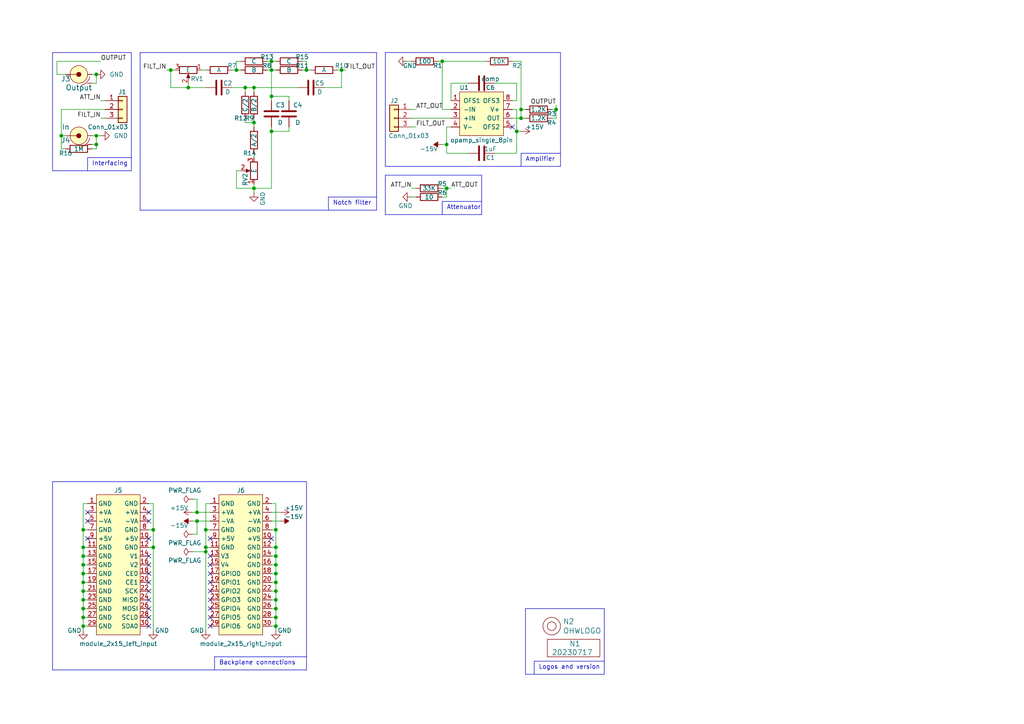
<source format=kicad_sch>
(kicad_sch (version 20230121) (generator eeschema)
  (paper "A4")
  (lib_symbols
    (symbol "Connector_Generic:Conn_01x03" (pin_names (offset 1.016) hide)
      (property "Reference" "J" (at 0 5.08 0))
      (property "Value" "Conn_01x03" (at 0 -5.08 0))
      (symbol "Conn_01x03_1_1"
        (rectangle (start -1.27 -2.413) (end 0 -2.667) (stroke (width 0.1524)))
        (rectangle (start -1.27 0.127) (end 0 -0.127) (stroke (width 0.1524)))
        (rectangle (start -1.27 2.667) (end 0 2.413) (stroke (width 0.1524)))
        (rectangle (start -1.27 3.81) (end 1.27 -3.81) (stroke (width 0.254)) (fill (type background)))
        (pin passive line (at -5.08 2.54 0) (length 3.81) (name "Pin_1") (number "1"))
        (pin passive line (at -5.08 0 0) (length 3.81) (name "Pin_2") (number "2"))
        (pin passive line (at -5.08 -2.54 0) (length 3.81) (name "Pin_3") (number "3"))
      )
    )
    (symbol "Device:C" (pin_numbers hide) (pin_names (offset 0.254))
      (property "Reference" "C" (at 0.635 2.54 0))
      (property "Value" "C" (at 0.635 -2.54 0))
      (symbol "C_0_1"
        (polyline (pts (xy -2.032 -0.762) (xy 2.032 -0.762)) (stroke (width 0.508)))
        (polyline (pts (xy -2.032 0.762) (xy 2.032 0.762)) (stroke (width 0.508)))
      )
      (symbol "C_1_1"
        (pin passive line (at 0 3.81 270) (length 2.794) (name "~") (number "1"))
        (pin passive line (at 0 -3.81 90) (length 2.794) (name "~") (number "2"))
      )
    )
    (symbol "Device:R" (pin_numbers hide) (pin_names (offset 0))
      (property "Reference" "R" (at 2.032 0 90))
      (property "Value" "R" (at 0 0 90))
      (symbol "R_0_1"
        (rectangle (start -1.016 -2.54) (end 1.016 2.54) (stroke (width 0.254)))
      )
      (symbol "R_1_1"
        (pin passive line (at 0 3.81 270) (length 1.27) (name "~") (number "1"))
        (pin passive line (at 0 -3.81 90) (length 1.27) (name "~") (number "2"))
      )
    )
    (symbol "Device:R_Potentiometer" (pin_names (offset 1.016) hide)
      (property "Reference" "RV" (at -4.445 0 90))
      (property "Value" "R_Potentiometer" (at -2.54 0 90))
      (symbol "R_Potentiometer_0_1"
        (polyline (pts (xy 2.54 0) (xy 1.524 0)))
        (polyline (pts (xy 1.143 0) (xy 2.286 0.508) (xy 2.286 -0.508) (xy 1.143 0)) (fill (type outline)))
        (rectangle (start 1.016 2.54) (end -1.016 -2.54) (stroke (width 0.254)))
      )
      (symbol "R_Potentiometer_1_1"
        (pin passive line (at 0 3.81 270) (length 1.27) (name "1") (number "1"))
        (pin passive line (at 3.81 0 180) (length 1.27) (name "2") (number "2"))
        (pin passive line (at 0 -3.81 90) (length 1.27) (name "3") (number "3"))
      )
    )
    (symbol "SquantorConnectors:Coax_shielded" (pin_numbers hide) (pin_names (offset 1.016) hide)
      (property "Reference" "J" (at 0 3.81 0))
      (property "Value" "Coax_shielded" (at 0 -5.715 0))
      (symbol "Coax_shielded_0_1"
        (polyline (pts (xy -2.54 0) (xy 0 0)))
        (circle (center 0 0) (radius 0.635) (fill (type outline)))
        (circle (center 0 0) (radius 2.54) (fill (type background)))
        (arc (start 0.635 -3.175) (mid 2.2915 -2.2915) (end 3.175 -0.635))
      )
      (symbol "Coax_shielded_1_1"
        (pin passive line (at -3.81 0 0) (length 1.27) (name "~") (number "1"))
        (pin passive line (at 3.81 0 180) (length 1.27) (name "~") (number "2"))
        (pin passive line (at 3.81 -2.54 180) (length 1.27) (name "~") (number "S"))
      )
    )
    (symbol "SquantorConnectorsNamed:module_2x15_left_input"
      (property "Reference" "J" (at 0 21.59 0))
      (property "Value" "module_2x15_left_input" (at 0 -21.59 0))
      (symbol "module_2x15_left_input_0_1"
        (rectangle (start -6.35 20.32) (end 6.35 -20.32) (fill (type background)))
      )
      (symbol "module_2x15_left_input_1_1"
        (pin power_in line (at -8.89 17.78 0) (length 2.54) (name "GND") (number "1"))
        (pin power_in line (at 8.89 7.62 180) (length 2.54) (name "+5V") (number "10"))
        (pin power_in line (at -8.89 5.08 0) (length 2.54) (name "GND") (number "11"))
        (pin power_in line (at 8.89 5.08 180) (length 2.54) (name "GND") (number "12"))
        (pin power_in line (at -8.89 2.54 0) (length 2.54) (name "GND") (number "13"))
        (pin power_in line (at 8.89 2.54 180) (length 2.54) (name "V1") (number "14"))
        (pin power_in line (at -8.89 0 0) (length 2.54) (name "GND") (number "15"))
        (pin power_in line (at 8.89 0 180) (length 2.54) (name "V2") (number "16"))
        (pin power_in line (at -8.89 -2.54 0) (length 2.54) (name "GND") (number "17"))
        (pin input line (at 8.89 -2.54 180) (length 2.54) (name "CE0") (number "18"))
        (pin power_in line (at -8.89 -5.08 0) (length 2.54) (name "GND") (number "19"))
        (pin power_in line (at 8.89 17.78 180) (length 2.54) (name "GND") (number "2"))
        (pin input line (at 8.89 -5.08 180) (length 2.54) (name "CE1") (number "20"))
        (pin power_in line (at -8.89 -7.62 0) (length 2.54) (name "GND") (number "21"))
        (pin input line (at 8.89 -7.62 180) (length 2.54) (name "SCK") (number "22"))
        (pin power_in line (at -8.89 -10.16 0) (length 2.54) (name "GND") (number "23"))
        (pin bidirectional line (at 8.89 -10.16 180) (length 2.54) (name "MISO") (number "24"))
        (pin power_in line (at -8.89 -12.7 0) (length 2.54) (name "GND") (number "25"))
        (pin input line (at 8.89 -12.7 180) (length 2.54) (name "MOSI") (number "26"))
        (pin power_in line (at -8.89 -15.24 0) (length 2.54) (name "GND") (number "27"))
        (pin bidirectional line (at 8.89 -15.24 180) (length 2.54) (name "SCL0") (number "28"))
        (pin power_in line (at -8.89 -17.78 0) (length 2.54) (name "GND") (number "29"))
        (pin power_in line (at -8.89 15.24 0) (length 2.54) (name "+VA") (number "3"))
        (pin bidirectional line (at 8.89 -17.78 180) (length 2.54) (name "SDA0") (number "30"))
        (pin power_in line (at 8.89 15.24 180) (length 2.54) (name "+VA") (number "4"))
        (pin power_in line (at -8.89 12.7 0) (length 2.54) (name "-VA") (number "5"))
        (pin power_in line (at 8.89 12.7 180) (length 2.54) (name "-VA") (number "6"))
        (pin power_in line (at -8.89 10.16 0) (length 2.54) (name "GND") (number "7"))
        (pin power_in line (at 8.89 10.16 180) (length 2.54) (name "GND") (number "8"))
        (pin power_in line (at -8.89 7.62 0) (length 2.54) (name "+5V") (number "9"))
      )
    )
    (symbol "SquantorConnectorsNamed:module_2x15_right_input"
      (property "Reference" "J" (at 0 19.05 0))
      (property "Value" "module_2x15_right_input" (at 0 -24.13 0))
      (symbol "module_2x15_right_input_0_1"
        (rectangle (start -6.35 17.78) (end 6.35 -22.86) (fill (type background)))
      )
      (symbol "module_2x15_right_input_1_1"
        (pin power_in line (at -8.89 15.24 0) (length 2.54) (name "GND") (number "1"))
        (pin power_in line (at 8.89 5.08 180) (length 2.54) (name "+V5") (number "10"))
        (pin power_in line (at -8.89 2.54 0) (length 2.54) (name "GND") (number "11"))
        (pin power_in line (at 8.89 2.54 180) (length 2.54) (name "GND") (number "12"))
        (pin power_in line (at -8.89 0 0) (length 2.54) (name "V3") (number "13"))
        (pin power_in line (at 8.89 0 180) (length 2.54) (name "GND") (number "14"))
        (pin power_in line (at -8.89 -2.54 0) (length 2.54) (name "V4") (number "15"))
        (pin power_in line (at 8.89 -2.54 180) (length 2.54) (name "GND") (number "16"))
        (pin bidirectional line (at -8.89 -5.08 0) (length 2.54) (name "GPIO0") (number "17"))
        (pin power_in line (at 8.89 -5.08 180) (length 2.54) (name "GND") (number "18"))
        (pin bidirectional line (at -8.89 -7.62 0) (length 2.54) (name "GPIO1") (number "19"))
        (pin power_in line (at 8.89 15.24 180) (length 2.54) (name "GND") (number "2"))
        (pin power_in line (at 8.89 -7.62 180) (length 2.54) (name "GND") (number "20"))
        (pin bidirectional line (at -8.89 -10.16 0) (length 2.54) (name "GPIO2") (number "21"))
        (pin power_in line (at 8.89 -10.16 180) (length 2.54) (name "GND") (number "22"))
        (pin bidirectional line (at -8.89 -12.7 0) (length 2.54) (name "GPIO3") (number "23"))
        (pin power_in line (at 8.89 -12.7 180) (length 2.54) (name "GND") (number "24"))
        (pin bidirectional line (at -8.89 -15.24 0) (length 2.54) (name "GPIO4") (number "25"))
        (pin power_in line (at 8.89 -15.24 180) (length 2.54) (name "GND") (number "26"))
        (pin bidirectional line (at -8.89 -17.78 0) (length 2.54) (name "GPIO5") (number "27"))
        (pin power_in line (at 8.89 -17.78 180) (length 2.54) (name "GND") (number "28"))
        (pin bidirectional line (at -8.89 -20.32 0) (length 2.54) (name "GPIO6") (number "29"))
        (pin power_in line (at -8.89 12.7 0) (length 2.54) (name "+VA") (number "3"))
        (pin power_in line (at 8.89 -20.32 180) (length 2.54) (name "GND") (number "30"))
        (pin power_in line (at 8.89 12.7 180) (length 2.54) (name "+VA") (number "4"))
        (pin power_in line (at -8.89 10.16 0) (length 2.54) (name "-VA") (number "5"))
        (pin power_in line (at 8.89 10.16 180) (length 2.54) (name "-VA") (number "6"))
        (pin power_in line (at -8.89 7.62 0) (length 2.54) (name "GND") (number "7"))
        (pin power_in line (at 8.89 7.62 180) (length 2.54) (name "GND") (number "8"))
        (pin power_in line (at -8.89 5.08 0) (length 2.54) (name "+5V") (number "9"))
      )
    )
    (symbol "SquantorGenericAnalog:opamp_single_8pin" (pin_names (offset 1.016))
      (property "Reference" "U" (at 0 7.62 0))
      (property "Value" "opamp_single_8pin" (at 0 -7.62 0))
      (symbol "opamp_single_8pin_0_1"
        (rectangle (start -6.35 6.35) (end 6.35 -6.35) (fill (type background)))
      )
      (symbol "opamp_single_8pin_1_1"
        (pin input line (at -8.89 3.81 0) (length 2.54) (name "OFS1") (number "1"))
        (pin input line (at -8.89 1.27 0) (length 2.54) (name "-IN") (number "2"))
        (pin input line (at -8.89 -1.27 0) (length 2.54) (name "+IN") (number "3"))
        (pin power_in line (at -8.89 -3.81 0) (length 2.54) (name "V-") (number "4"))
        (pin input line (at 8.89 -3.81 180) (length 2.54) (name "OFS2") (number "5"))
        (pin output line (at 8.89 -1.27 180) (length 2.54) (name "OUT") (number "6"))
        (pin power_in line (at 8.89 1.27 180) (length 2.54) (name "V+") (number "7"))
        (pin input line (at 8.89 3.81 180) (length 2.54) (name "OFS3") (number "8"))
      )
    )
    (symbol "SquantorLabels:OHWLOGO" (pin_names (offset 1.016))
      (property "Reference" "N" (at 0 3.81 0))
      (property "Value" "OHWLOGO" (at 0 -3.81 0))
      (symbol "OHWLOGO_0_1"
        (circle (center 0 0) (radius 1.27))
        (circle (center 0 0) (radius 2.54))
      )
    )
    (symbol "SquantorLabels:VYYYYMMDD" (pin_names (offset 1.016))
      (property "Reference" "N" (at 0 2.54 0))
      (property "Value" "VYYYYMMDD" (at 0 0 0))
      (symbol "VYYYYMMDD_0_1"
        (rectangle (start 7.62 -1.27) (end -7.62 3.81))
      )
    )
    (symbol "power:+15V" (power) (pin_names (offset 0))
      (property "Value" "+15V" (at 0 3.556 0))
      (symbol "+15V_0_1"
        (polyline (pts (xy -0.762 1.27) (xy 0 2.54)))
        (polyline (pts (xy 0 0) (xy 0 2.54)))
        (polyline (pts (xy 0 2.54) (xy 0.762 1.27)))
      )
      (symbol "+15V_1_1"
        (pin power_in line (at 0 0 90) (length 0) hide (name "+15V") (number "1"))
      )
    )
    (symbol "power:-15V" (power) (pin_names (offset 0))
      (property "Value" "-15V" (at 0 3.81 0))
      (symbol "-15V_0_0"
        (pin power_in line (at 0 0 90) (length 0) hide (name "-15V") (number "1"))
      )
      (symbol "-15V_0_1"
        (polyline (pts (xy 0 0) (xy 0 1.27) (xy 0.762 1.27) (xy 0 2.54) (xy -0.762 1.27) (xy 0 1.27)) (fill (type outline)))
      )
    )
    (symbol "power:GND" (power) (pin_names (offset 0))
      (property "Value" "GND" (at 0 -3.81 0))
      (symbol "GND_0_1"
        (polyline (pts (xy 0 0) (xy 0 -1.27) (xy 1.27 -1.27) (xy 0 -2.54) (xy -1.27 -1.27) (xy 0 -1.27)))
      )
      (symbol "GND_1_1"
        (pin power_in line (at 0 0 270) (length 0) hide (name "GND") (number "1"))
      )
    )
    (symbol "power:PWR_FLAG" (power) (pin_numbers hide) (pin_names (offset 0) hide)
      (property "Value" "PWR_FLAG" (at 0 3.81 0))
      (symbol "PWR_FLAG_0_0"
        (pin power_out line (at 0 0 90) (length 0) (name "pwr") (number "1"))
      )
      (symbol "PWR_FLAG_0_1"
        (polyline (pts (xy 0 0) (xy 0 1.27) (xy -1.016 1.905) (xy 0 2.54) (xy 1.016 1.905) (xy 0 1.27)))
      )
    )
  )
  (junction (at 151.13 31.75))
  (junction (at 151.13 34.29))
  (junction (at 73.66 25.4))
  (junction (at 78.74 38.1))
  (junction (at 80.01 166.37))
  (junction (at 24.13 168.91))
  (junction (at 27.94 39.37))
  (junction (at 49.53 20.32))
  (junction (at 80.01 176.53))
  (junction (at 24.13 181.61))
  (junction (at 128.27 17.78))
  (junction (at 80.01 158.75))
  (junction (at 59.69 153.67))
  (junction (at 59.69 160.02))
  (junction (at 78.74 20.32))
  (junction (at 54.61 25.4))
  (junction (at 24.13 176.53))
  (junction (at 71.12 25.4))
  (junction (at 24.13 166.37))
  (junction (at 80.01 168.91))
  (junction (at 44.45 153.67))
  (junction (at 24.13 179.07))
  (junction (at 78.74 17.78))
  (junction (at 80.01 181.61))
  (junction (at 57.15 148.59))
  (junction (at 80.01 153.67))
  (junction (at 149.86 38.1))
  (junction (at 88.9 20.32))
  (junction (at 24.13 163.83))
  (junction (at 24.13 173.99))
  (junction (at 80.01 163.83))
  (junction (at 24.13 153.67))
  (junction (at 80.01 171.45))
  (junction (at 80.01 179.07))
  (junction (at 17.78 39.37))
  (junction (at 27.94 41.91))
  (junction (at 24.13 161.29))
  (junction (at 129.54 41.91))
  (junction (at 80.01 173.99))
  (junction (at 24.13 158.75))
  (junction (at 99.06 20.32))
  (junction (at 129.54 54.61))
  (junction (at 59.69 158.75))
  (junction (at 161.29 31.75))
  (junction (at 73.66 35.56))
  (junction (at 24.13 171.45))
  (junction (at 73.66 54.61))
  (junction (at 27.94 21.59))
  (junction (at 68.58 20.32))
  (junction (at 44.45 158.75))
  (junction (at 80.01 161.29))
  (junction (at 57.15 151.13))
  (junction (at 78.74 27.94))
  (no_connect (at 25.4 156.21))
  (no_connect (at 60.96 156.21))
  (no_connect (at 43.18 156.21))
  (no_connect (at 43.18 181.61))
  (no_connect (at 25.4 151.13))
  (no_connect (at 43.18 168.91))
  (no_connect (at 43.18 176.53))
  (no_connect (at 60.96 173.99))
  (no_connect (at 60.96 171.45))
  (no_connect (at 43.18 161.29))
  (no_connect (at 148.59 36.83))
  (no_connect (at 43.18 179.07))
  (no_connect (at 43.18 166.37))
  (no_connect (at 60.96 181.61))
  (no_connect (at 60.96 163.83))
  (no_connect (at 43.18 148.59))
  (no_connect (at 43.18 171.45))
  (no_connect (at 60.96 166.37))
  (no_connect (at 60.96 161.29))
  (no_connect (at 60.96 168.91))
  (no_connect (at 43.18 173.99))
  (no_connect (at 60.96 176.53))
  (no_connect (at 60.96 179.07))
  (no_connect (at 78.74 156.21))
  (no_connect (at 43.18 163.83))
  (no_connect (at 25.4 148.59))
  (no_connect (at 43.18 151.13))
  (wire (pts (xy 151.13 31.75) (xy 152.4 31.75)))
  (wire (pts (xy 87.63 20.32) (xy 88.9 20.32)))
  (wire (pts (xy 149.86 44.45) (xy 143.51 44.45)))
  (wire (pts (xy 60.96 146.05) (xy 59.69 146.05)))
  (wire (pts (xy 67.31 25.4) (xy 71.12 25.4)))
  (wire (pts (xy 78.74 27.94) (xy 78.74 29.21)))
  (wire (pts (xy 149.86 24.13) (xy 149.86 29.21)))
  (wire (pts (xy 24.13 158.75) (xy 25.4 158.75)))
  (wire (pts (xy 83.82 29.21) (xy 83.82 27.94)))
  (polyline (pts (xy 62.23 190.5) (xy 62.23 194.31)))
  (wire (pts (xy 119.38 54.61) (xy 120.65 54.61)))
  (wire (pts (xy 26.67 39.37) (xy 27.94 39.37)))
  (wire (pts (xy 55.88 160.02) (xy 59.69 160.02)))
  (wire (pts (xy 26.67 43.18) (xy 27.94 43.18)))
  (wire (pts (xy 19.05 39.37) (xy 17.78 39.37)))
  (wire (pts (xy 127 17.78) (xy 128.27 17.78)))
  (wire (pts (xy 149.86 29.21) (xy 148.59 29.21)))
  (wire (pts (xy 44.45 153.67) (xy 44.45 158.75)))
  (wire (pts (xy 151.13 31.75) (xy 151.13 34.29)))
  (wire (pts (xy 78.74 20.32) (xy 78.74 27.94)))
  (wire (pts (xy 73.66 34.29) (xy 73.66 35.56)))
  (wire (pts (xy 69.85 49.53) (xy 68.58 49.53)))
  (wire (pts (xy 78.74 20.32) (xy 80.01 20.32)))
  (wire (pts (xy 55.88 144.78) (xy 57.15 144.78)))
  (wire (pts (xy 80.01 158.75) (xy 80.01 161.29)))
  (polyline (pts (xy 88.9 190.5) (xy 62.23 190.5)))
  (polyline (pts (xy 88.9 139.7) (xy 15.24 139.7)))
  (polyline (pts (xy 109.22 60.96) (xy 109.22 15.24)))
  (polyline (pts (xy 152.4 176.53) (xy 152.4 195.58)))
  (wire (pts (xy 17.78 43.18) (xy 19.05 43.18)))
  (wire (pts (xy 119.38 34.29) (xy 130.81 34.29)))
  (wire (pts (xy 130.81 24.13) (xy 130.81 29.21)))
  (wire (pts (xy 119.38 57.15) (xy 120.65 57.15)))
  (wire (pts (xy 55.88 151.13) (xy 57.15 151.13)))
  (polyline (pts (xy 175.26 176.53) (xy 152.4 176.53)))
  (wire (pts (xy 83.82 38.1) (xy 83.82 36.83)))
  (wire (pts (xy 73.66 54.61) (xy 73.66 55.88)))
  (wire (pts (xy 55.88 148.59) (xy 57.15 148.59)))
  (wire (pts (xy 78.74 151.13) (xy 81.28 151.13)))
  (polyline (pts (xy 38.1 49.53) (xy 38.1 15.24)))
  (polyline (pts (xy 111.76 48.26) (xy 162.56 48.26)))
  (wire (pts (xy 27.94 39.37) (xy 29.21 39.37)))
  (wire (pts (xy 44.45 158.75) (xy 44.45 182.88)))
  (wire (pts (xy 24.13 173.99) (xy 25.4 173.99)))
  (wire (pts (xy 129.54 44.45) (xy 135.89 44.45)))
  (wire (pts (xy 78.74 161.29) (xy 80.01 161.29)))
  (wire (pts (xy 78.74 153.67) (xy 80.01 153.67)))
  (polyline (pts (xy 88.9 194.31) (xy 88.9 139.7)))
  (polyline (pts (xy 15.24 139.7) (xy 15.24 194.31)))
  (wire (pts (xy 78.74 17.78) (xy 78.74 20.32)))
  (wire (pts (xy 16.51 21.59) (xy 16.51 17.78)))
  (wire (pts (xy 80.01 161.29) (xy 80.01 163.83)))
  (wire (pts (xy 88.9 20.32) (xy 90.17 20.32)))
  (wire (pts (xy 88.9 17.78) (xy 88.9 20.32)))
  (wire (pts (xy 57.15 144.78) (xy 57.15 148.59)))
  (wire (pts (xy 55.88 154.94) (xy 57.15 154.94)))
  (polyline (pts (xy 40.64 60.96) (xy 109.22 60.96)))
  (wire (pts (xy 148.59 31.75) (xy 149.86 31.75)))
  (polyline (pts (xy 109.22 15.24) (xy 40.64 15.24)))
  (wire (pts (xy 73.66 25.4) (xy 73.66 26.67)))
  (wire (pts (xy 27.94 21.59) (xy 27.94 24.13)))
  (wire (pts (xy 59.69 153.67) (xy 60.96 153.67)))
  (wire (pts (xy 80.01 181.61) (xy 80.01 182.88)))
  (wire (pts (xy 78.74 173.99) (xy 80.01 173.99)))
  (wire (pts (xy 27.94 43.18) (xy 27.94 41.91)))
  (wire (pts (xy 24.13 171.45) (xy 24.13 173.99)))
  (wire (pts (xy 77.47 17.78) (xy 78.74 17.78)))
  (wire (pts (xy 161.29 34.29) (xy 160.02 34.29)))
  (wire (pts (xy 78.74 38.1) (xy 78.74 54.61)))
  (wire (pts (xy 24.13 181.61) (xy 25.4 181.61)))
  (wire (pts (xy 44.45 146.05) (xy 44.45 153.67)))
  (polyline (pts (xy 15.24 194.31) (xy 88.9 194.31)))
  (wire (pts (xy 130.81 36.83) (xy 129.54 36.83)))
  (wire (pts (xy 43.18 153.67) (xy 44.45 153.67)))
  (wire (pts (xy 78.74 36.83) (xy 78.74 38.1)))
  (wire (pts (xy 59.69 153.67) (xy 59.69 158.75)))
  (wire (pts (xy 24.13 161.29) (xy 24.13 163.83)))
  (wire (pts (xy 24.13 168.91) (xy 25.4 168.91)))
  (wire (pts (xy 26.67 21.59) (xy 27.94 21.59)))
  (wire (pts (xy 71.12 35.56) (xy 71.12 34.29)))
  (wire (pts (xy 24.13 158.75) (xy 24.13 161.29)))
  (wire (pts (xy 73.66 53.34) (xy 73.66 54.61)))
  (wire (pts (xy 24.13 163.83) (xy 25.4 163.83)))
  (wire (pts (xy 17.78 39.37) (xy 17.78 43.18)))
  (wire (pts (xy 78.74 166.37) (xy 80.01 166.37)))
  (wire (pts (xy 118.11 17.78) (xy 119.38 17.78)))
  (wire (pts (xy 68.58 17.78) (xy 68.58 20.32)))
  (polyline (pts (xy 139.7 62.23) (xy 139.7 50.8)))
  (wire (pts (xy 24.13 176.53) (xy 24.13 179.07)))
  (wire (pts (xy 78.74 171.45) (xy 80.01 171.45)))
  (polyline (pts (xy 151.13 44.45) (xy 151.13 48.26)))
  (wire (pts (xy 68.58 54.61) (xy 73.66 54.61)))
  (wire (pts (xy 78.74 179.07) (xy 80.01 179.07)))
  (wire (pts (xy 149.86 31.75) (xy 149.86 38.1)))
  (wire (pts (xy 59.69 160.02) (xy 59.69 182.88)))
  (wire (pts (xy 148.59 17.78) (xy 151.13 17.78)))
  (polyline (pts (xy 109.22 57.15) (xy 95.25 57.15)))
  (wire (pts (xy 68.58 49.53) (xy 68.58 54.61)))
  (wire (pts (xy 24.13 176.53) (xy 25.4 176.53)))
  (wire (pts (xy 129.54 54.61) (xy 130.81 54.61)))
  (wire (pts (xy 80.01 146.05) (xy 80.01 153.67)))
  (wire (pts (xy 77.47 20.32) (xy 78.74 20.32)))
  (wire (pts (xy 129.54 41.91) (xy 129.54 44.45)))
  (wire (pts (xy 119.38 31.75) (xy 120.65 31.75)))
  (wire (pts (xy 128.27 41.91) (xy 129.54 41.91)))
  (polyline (pts (xy 154.94 191.77) (xy 154.94 195.58)))
  (wire (pts (xy 80.01 171.45) (xy 80.01 173.99)))
  (wire (pts (xy 54.61 25.4) (xy 49.53 25.4)))
  (polyline (pts (xy 40.64 15.24) (xy 40.64 60.96)))
  (polyline (pts (xy 128.27 58.42) (xy 128.27 62.23)))
  (wire (pts (xy 24.13 179.07) (xy 24.13 181.61)))
  (polyline (pts (xy 162.56 48.26) (xy 162.56 15.24)))
  (wire (pts (xy 160.02 31.75) (xy 161.29 31.75)))
  (wire (pts (xy 143.51 24.13) (xy 149.86 24.13)))
  (wire (pts (xy 57.15 148.59) (xy 60.96 148.59)))
  (wire (pts (xy 24.13 171.45) (xy 25.4 171.45)))
  (polyline (pts (xy 162.56 15.24) (xy 111.76 15.24)))
  (polyline (pts (xy 38.1 45.72) (xy 25.4 45.72)))
  (wire (pts (xy 25.4 146.05) (xy 24.13 146.05)))
  (wire (pts (xy 135.89 24.13) (xy 130.81 24.13)))
  (wire (pts (xy 67.31 20.32) (xy 68.58 20.32)))
  (wire (pts (xy 71.12 25.4) (xy 73.66 25.4)))
  (wire (pts (xy 161.29 31.75) (xy 161.29 34.29)))
  (polyline (pts (xy 162.56 44.45) (xy 151.13 44.45)))
  (wire (pts (xy 128.27 54.61) (xy 129.54 54.61)))
  (wire (pts (xy 151.13 34.29) (xy 152.4 34.29)))
  (wire (pts (xy 73.66 44.45) (xy 73.66 45.72)))
  (wire (pts (xy 48.26 20.32) (xy 49.53 20.32)))
  (polyline (pts (xy 139.7 58.42) (xy 128.27 58.42)))
  (wire (pts (xy 17.78 31.75) (xy 17.78 39.37)))
  (polyline (pts (xy 15.24 15.24) (xy 15.24 49.53)))
  (wire (pts (xy 57.15 151.13) (xy 60.96 151.13)))
  (wire (pts (xy 128.27 17.78) (xy 140.97 17.78)))
  (wire (pts (xy 73.66 25.4) (xy 86.36 25.4)))
  (polyline (pts (xy 25.4 45.72) (xy 25.4 49.53)))
  (wire (pts (xy 78.74 168.91) (xy 80.01 168.91)))
  (polyline (pts (xy 95.25 57.15) (xy 95.25 60.96)))
  (wire (pts (xy 99.06 20.32) (xy 99.06 25.4)))
  (wire (pts (xy 80.01 176.53) (xy 80.01 179.07)))
  (wire (pts (xy 58.42 20.32) (xy 59.69 20.32)))
  (wire (pts (xy 16.51 17.78) (xy 29.21 17.78)))
  (wire (pts (xy 78.74 17.78) (xy 80.01 17.78)))
  (wire (pts (xy 83.82 27.94) (xy 78.74 27.94)))
  (wire (pts (xy 43.18 146.05) (xy 44.45 146.05)))
  (wire (pts (xy 30.48 31.75) (xy 17.78 31.75)))
  (wire (pts (xy 49.53 20.32) (xy 50.8 20.32)))
  (wire (pts (xy 73.66 54.61) (xy 78.74 54.61)))
  (polyline (pts (xy 15.24 49.53) (xy 38.1 49.53)))
  (wire (pts (xy 59.69 158.75) (xy 59.69 160.02)))
  (wire (pts (xy 87.63 17.78) (xy 88.9 17.78)))
  (wire (pts (xy 80.01 166.37) (xy 80.01 168.91)))
  (wire (pts (xy 59.69 146.05) (xy 59.69 153.67)))
  (wire (pts (xy 29.21 34.29) (xy 30.48 34.29)))
  (wire (pts (xy 80.01 168.91) (xy 80.01 171.45)))
  (wire (pts (xy 24.13 181.61) (xy 24.13 182.88)))
  (polyline (pts (xy 111.76 62.23) (xy 139.7 62.23)))
  (wire (pts (xy 78.74 181.61) (xy 80.01 181.61)))
  (wire (pts (xy 78.74 146.05) (xy 80.01 146.05)))
  (wire (pts (xy 78.74 38.1) (xy 83.82 38.1)))
  (wire (pts (xy 24.13 163.83) (xy 24.13 166.37)))
  (wire (pts (xy 78.74 176.53) (xy 80.01 176.53)))
  (wire (pts (xy 129.54 57.15) (xy 129.54 54.61)))
  (polyline (pts (xy 175.26 195.58) (xy 175.26 176.53)))
  (wire (pts (xy 78.74 158.75) (xy 80.01 158.75)))
  (polyline (pts (xy 152.4 195.58) (xy 175.26 195.58)))
  (polyline (pts (xy 38.1 15.24) (xy 15.24 15.24)))
  (wire (pts (xy 24.13 179.07) (xy 25.4 179.07)))
  (wire (pts (xy 24.13 153.67) (xy 24.13 158.75)))
  (wire (pts (xy 119.38 36.83) (xy 120.65 36.83)))
  (wire (pts (xy 73.66 36.83) (xy 73.66 35.56)))
  (wire (pts (xy 68.58 20.32) (xy 69.85 20.32)))
  (wire (pts (xy 80.01 153.67) (xy 80.01 158.75)))
  (wire (pts (xy 148.59 34.29) (xy 151.13 34.29)))
  (wire (pts (xy 24.13 166.37) (xy 24.13 168.91)))
  (wire (pts (xy 29.21 29.21) (xy 30.48 29.21)))
  (polyline (pts (xy 111.76 50.8) (xy 111.76 62.23)))
  (wire (pts (xy 71.12 25.4) (xy 71.12 26.67)))
  (wire (pts (xy 69.85 17.78) (xy 68.58 17.78)))
  (wire (pts (xy 149.86 38.1) (xy 151.13 38.1)))
  (wire (pts (xy 24.13 153.67) (xy 25.4 153.67)))
  (wire (pts (xy 99.06 20.32) (xy 100.33 20.32)))
  (wire (pts (xy 54.61 25.4) (xy 59.69 25.4)))
  (wire (pts (xy 80.01 163.83) (xy 80.01 166.37)))
  (wire (pts (xy 24.13 166.37) (xy 25.4 166.37)))
  (wire (pts (xy 19.05 21.59) (xy 16.51 21.59)))
  (wire (pts (xy 128.27 31.75) (xy 128.27 17.78)))
  (wire (pts (xy 130.81 31.75) (xy 128.27 31.75)))
  (wire (pts (xy 73.66 35.56) (xy 71.12 35.56)))
  (wire (pts (xy 57.15 154.94) (xy 57.15 151.13)))
  (wire (pts (xy 129.54 36.83) (xy 129.54 41.91)))
  (wire (pts (xy 24.13 146.05) (xy 24.13 153.67)))
  (wire (pts (xy 78.74 163.83) (xy 80.01 163.83)))
  (wire (pts (xy 54.61 24.13) (xy 54.61 25.4)))
  (wire (pts (xy 161.29 31.75) (xy 161.29 30.48)))
  (wire (pts (xy 93.98 25.4) (xy 99.06 25.4)))
  (wire (pts (xy 80.01 173.99) (xy 80.01 176.53)))
  (wire (pts (xy 128.27 57.15) (xy 129.54 57.15)))
  (wire (pts (xy 78.74 148.59) (xy 81.28 148.59)))
  (polyline (pts (xy 111.76 15.24) (xy 111.76 48.26)))
  (wire (pts (xy 27.94 41.91) (xy 27.94 39.37)))
  (wire (pts (xy 97.79 20.32) (xy 99.06 20.32)))
  (wire (pts (xy 43.18 158.75) (xy 44.45 158.75)))
  (wire (pts (xy 27.94 24.13) (xy 26.67 24.13)))
  (wire (pts (xy 49.53 25.4) (xy 49.53 20.32)))
  (polyline (pts (xy 139.7 50.8) (xy 111.76 50.8)))
  (polyline (pts (xy 154.94 191.77) (xy 175.26 191.77)))
  (wire (pts (xy 151.13 17.78) (xy 151.13 31.75)))
  (wire (pts (xy 59.69 158.75) (xy 60.96 158.75)))
  (wire (pts (xy 24.13 168.91) (xy 24.13 171.45)))
  (wire (pts (xy 24.13 161.29) (xy 25.4 161.29)))
  (wire (pts (xy 149.86 38.1) (xy 149.86 44.45)))
  (wire (pts (xy 80.01 179.07) (xy 80.01 181.61)))
  (wire (pts (xy 24.13 173.99) (xy 24.13 176.53)))
  (wire (pts (xy 26.67 41.91) (xy 27.94 41.91)))
  (text "Logos and version" (at 156.21 194.31 0) (effects (font (size 1.27 1.27)) (justify left bottom)))
  (text "Amplifier" (at 152.4 46.99 0) (effects (font (size 1.27 1.27)) (justify left bottom)))
  (text "Backplane connections" (at 63.5 193.04 0) (effects (font (size 1.27 1.27)) (justify left bottom)))
  (text "Attenuator" (at 129.54 60.96 0) (effects (font (size 1.27 1.27)) (justify left bottom)))
  (text "Interfacing" (at 26.67 48.26 0) (effects (font (size 1.27 1.27)) (justify left bottom)))
  (text "Notch filter" (at 96.52 59.69 0) (effects (font (size 1.27 1.27)) (justify left bottom)))
  (label "ATT_IN" (at 119.38 54.61 180))
  (label "OUTPUT" (at 161.29 30.48 180))
  (label "ATT_IN" (at 29.21 29.21 180))
  (label "FILT_OUT" (at 100.33 20.32 0))
  (label "ATT_OUT" (at 120.65 31.75 0))
  (label "FILT_OUT" (at 120.65 36.83 0))
  (label "FILT_IN" (at 29.21 34.29 180))
  (label "FILT_IN" (at 48.26 20.32 180))
  (label "OUTPUT" (at 29.21 17.78 0))
  (label "ATT_OUT" (at 130.81 54.61 0))
  (symbol (lib_id "SquantorLabels:VYYYYMMDD") (at 166.37 189.23 0) (unit 1)
    (property "Reference" "N1" (at 165.1 186.69 0) (effects (font (size 1.524 1.524)) (justify left)))
    (property "Value" "20230717" (at 160.02 189.23 0) (effects (font (size 1.524 1.524)) (justify left)))
    (property "Footprint" "SquantorLabels:Label_Generic" (effects hide))
  )
  (symbol (lib_id "SquantorLabels:OHWLOGO") (at 160.02 181.61 0) (unit 1)
    (property "Reference" "N2" (at 163.2712 180.2638 0) (effects (font (size 1.524 1.524)) (justify left)))
    (property "Value" "OHWLOGO" (at 163.2712 182.9562 0) (effects (font (size 1.524 1.524)) (justify left)))
    (property "Footprint" "Symbol:OSHW-Symbol_6.7x6mm_SilkScreen" (effects hide))
  )
  (symbol (lib_id "power:+15V") (at 151.13 38.1 270) (unit 1)
    (property "Reference" "#PWR0115" (effects hide))
    (property "Value" "+15V" (at 152.4 36.83 90) (effects (justify left)))
  )
  (symbol (lib_id "power:+15V") (at 55.88 148.59 90) (unit 1)
    (property "Reference" "#PWR0110" (effects hide))
    (property "Value" "+15V" (at 54.61 147.32 90) (effects (justify left)))
  )
  (symbol (lib_id "Device:R") (at 144.78 17.78 90) (unit 1)
    (property "Reference" "R2" (at 149.86 19.05 90))
    (property "Value" "10K" (at 144.78 17.78 90))
    (property "Footprint" "SquantorRcl:R_0805+0603" (effects hide))
  )
  (symbol (lib_id "power:-15V") (at 81.28 151.13 270) (unit 1)
    (property "Reference" "#PWR0114" (effects hide))
    (property "Value" "-15V" (at 82.55 149.86 90) (effects (justify left)))
  )
  (symbol (lib_id "Device:R") (at 73.66 30.48 180) (unit 1)
    (property "Reference" "R9" (at 72.39 34.29 0))
    (property "Value" "B/2" (at 73.66 30.48 90))
    (property "Footprint" "SquantorRcl:R_0805+0603" (effects hide))
  )
  (symbol (lib_id "Device:C") (at 139.7 24.13 90) (unit 1)
    (property "Reference" "C6" (at 142.24 25.4 90))
    (property "Value" "comp" (at 142.24 22.86 90))
    (property "Footprint" "SquantorRcl:C_0805+0603" (effects hide))
  )
  (symbol (lib_id "Device:R") (at 73.66 40.64 180) (unit 1)
    (property "Reference" "R14" (at 72.39 44.45 0))
    (property "Value" "A/2" (at 73.66 40.64 90))
    (property "Footprint" "SquantorRcl:R_0805+0603" (effects hide))
  )
  (symbol (lib_id "Connector_Generic:Conn_01x03") (at 35.56 31.75 0) (unit 1)
    (property "Reference" "J1" (at 34.29 26.67 0) (effects (justify left)))
    (property "Value" "Conn_01x03" (at 25.4 36.83 0) (effects (justify left)))
    (property "Footprint" "Connector_JST:JST_PH_B3B-PH-K_1x03_P2.00mm_Vertical" (effects hide))
  )
  (symbol (lib_id "Device:R") (at 124.46 57.15 90) (unit 1)
    (property "Reference" "R6" (at 128.27 55.88 90))
    (property "Value" "10" (at 124.46 57.15 90))
    (property "Footprint" "SquantorRcl:R_0805+0603" (effects hide))
  )
  (symbol (lib_id "SquantorConnectorsNamed:module_2x15_right_input") (at 69.85 161.29 0) (unit 1)
    (property "Reference" "J6" (at 69.85 142.24 0))
    (property "Value" "module_2x15_right_input" (at 69.85 186.69 0))
    (property "Footprint" "Connector_PinHeader_2.54mm:PinHeader_2x15_P2.54mm_Vertical" (effects hide))
  )
  (symbol (lib_id "power:GND") (at 24.13 182.88 0) (unit 1)
    (property "Reference" "#PWR0103" (effects hide))
    (property "Value" "GND" (at 21.59 182.88 0))
  )
  (symbol (lib_id "Device:R_Potentiometer") (at 54.61 20.32 270) (unit 1)
    (property "Reference" "RV1" (at 57.15 22.86 90))
    (property "Value" "E" (at 54.61 20.32 90))
    (property "Footprint" "Potentiometer_THT:Potentiometer_Bourns_3296W_Vertical" (effects hide))
  )
  (symbol (lib_id "Device:R") (at 123.19 17.78 90) (unit 1)
    (property "Reference" "R1" (at 127 19.05 90))
    (property "Value" "100" (at 123.19 17.78 90))
    (property "Footprint" "SquantorRcl:R_0805+0603" (effects hide))
  )
  (symbol (lib_id "power:-15V") (at 55.88 151.13 90) (unit 1)
    (property "Reference" "#PWR0109" (effects hide))
    (property "Value" "-15V" (at 54.61 152.4 90) (effects (justify left)))
  )
  (symbol (lib_id "SquantorGenericAnalog:opamp_single_8pin") (at 139.7 33.02 0) (unit 1)
    (property "Reference" "U1" (at 134.62 25.4 0))
    (property "Value" "opamp_single_8pin" (at 139.7 40.64 0))
    (property "Footprint" "Package_DIP:DIP-8_W7.62mm_Socket" (effects hide))
  )
  (symbol (lib_id "power:GND") (at 27.94 21.59 90) (unit 1)
    (property "Reference" "#PWR0102" (effects hide))
    (property "Value" "GND" (at 31.75 21.5899 90) (effects (justify right)))
  )
  (symbol (lib_id "Device:R") (at 71.12 30.48 180) (unit 1)
    (property "Reference" "R12" (at 69.85 34.29 0))
    (property "Value" "C/2" (at 71.12 30.48 90))
    (property "Footprint" "SquantorRcl:R_0805+0603" (effects hide))
  )
  (symbol (lib_id "power:+15V") (at 81.28 148.59 270) (unit 1)
    (property "Reference" "#PWR0113" (effects hide))
    (property "Value" "+15V" (at 82.55 147.32 90) (effects (justify left)))
  )
  (symbol (lib_id "Device:R") (at 156.21 31.75 90) (unit 1)
    (property "Reference" "R3" (at 160.02 33.02 90))
    (property "Value" "1.2K" (at 156.21 31.75 90))
    (property "Footprint" "SquantorRcl:R_0805+0603" (effects hide))
  )
  (symbol (lib_id "Device:C") (at 139.7 44.45 90) (unit 1)
    (property "Reference" "C1" (at 142.24 45.72 90))
    (property "Value" "1uF" (at 142.24 43.18 90))
    (property "Footprint" "SquantorRcl:C_0805+0603" (effects hide))
  )
  (symbol (lib_id "power:PWR_FLAG") (at 55.88 160.02 90) (unit 1)
    (property "Reference" "#FLG0103" (effects hide))
    (property "Value" "PWR_FLAG" (at 58.42 162.56 90) (effects (justify left)))
  )
  (symbol (lib_id "Device:R") (at 124.46 54.61 90) (unit 1)
    (property "Reference" "R5" (at 128.27 53.34 90))
    (property "Value" "33K" (at 124.46 54.61 90))
    (property "Footprint" "SquantorRcl:R_0805+0603" (effects hide))
  )
  (symbol (lib_id "Device:C") (at 78.74 33.02 180) (unit 1)
    (property "Reference" "C3" (at 81.28 30.48 0))
    (property "Value" "D" (at 81.28 35.56 0))
    (property "Footprint" "SquantorRcl:C-050-050X100-0805-3516-film" (effects hide))
  )
  (symbol (lib_id "power:GND") (at 80.01 182.88 0) (unit 1)
    (property "Reference" "#PWR0104" (effects hide))
    (property "Value" "GND" (at 82.55 182.88 0))
  )
  (symbol (lib_id "Device:R") (at 63.5 20.32 90) (unit 1)
    (property "Reference" "R7" (at 67.31 19.05 90))
    (property "Value" "A" (at 63.5 20.32 90))
    (property "Footprint" "SquantorRcl:R_0805+0603" (effects hide))
  )
  (symbol (lib_id "power:GND") (at 118.11 17.78 270) (unit 1)
    (property "Reference" "#PWR0117" (effects hide))
    (property "Value" "GND" (at 116.84 19.05 90) (effects (justify left)))
  )
  (symbol (lib_id "power:-15V") (at 128.27 41.91 90) (unit 1)
    (property "Reference" "#PWR0116" (effects hide))
    (property "Value" "-15V" (at 127 43.18 90) (effects (justify left)))
  )
  (symbol (lib_id "Device:R") (at 22.86 43.18 270) (unit 1)
    (property "Reference" "R16" (at 19.05 44.45 90))
    (property "Value" "1M" (at 22.86 43.18 90))
    (property "Footprint" "SquantorRcl:R_0805+0603" (effects hide))
  )
  (symbol (lib_id "power:GND") (at 119.38 57.15 270) (unit 1)
    (property "Reference" "#PWR01" (effects hide))
    (property "Value" "GND" (at 115.57 59.69 90) (effects (justify left)))
  )
  (symbol (lib_id "power:PWR_FLAG") (at 55.88 154.94 90) (unit 1)
    (property "Reference" "#FLG0101" (effects hide))
    (property "Value" "PWR_FLAG" (at 58.42 157.48 90) (effects (justify left)))
  )
  (symbol (lib_id "Device:C") (at 83.82 33.02 180) (unit 1)
    (property "Reference" "C4" (at 86.36 30.48 0))
    (property "Value" "D" (at 86.36 35.56 0))
    (property "Footprint" "SquantorRcl:C-050-050X100-0805-3516-film" (effects hide))
  )
  (symbol (lib_id "power:GND") (at 44.45 182.88 0) (unit 1)
    (property "Reference" "#PWR0105" (effects hide))
    (property "Value" "GND" (at 46.99 182.88 0))
  )
  (symbol (lib_id "Device:R") (at 156.21 34.29 90) (unit 1)
    (property "Reference" "R4" (at 160.02 35.56 90))
    (property "Value" "1.2K" (at 156.21 34.29 90))
    (property "Footprint" "SquantorRcl:R_0805+0603" (effects hide))
  )
  (symbol (lib_id "Device:R") (at 83.82 20.32 90) (unit 1)
    (property "Reference" "R11" (at 87.63 19.05 90))
    (property "Value" "B" (at 83.82 20.32 90))
    (property "Footprint" "SquantorRcl:R_0805+0603" (effects hide))
  )
  (symbol (lib_id "Device:C") (at 63.5 25.4 90) (unit 1)
    (property "Reference" "C2" (at 66.04 24.13 90))
    (property "Value" "D" (at 66.04 26.67 90))
    (property "Footprint" "SquantorRcl:C-050-050X100-0805-3516-film" (effects hide))
  )
  (symbol (lib_id "SquantorConnectors:Coax_shielded") (at 22.86 21.59 0) (unit 1)
    (property "Reference" "J3" (at 19.05 22.86 0) (effects (font (size 1.524 1.524))))
    (property "Value" "Output" (at 22.86 25.4 0) (effects (font (size 1.524 1.524))))
    (property "Footprint" "SquantorConnectors:Conn_BNC_RightAngle_TH" (effects hide))
  )
  (symbol (lib_id "Device:R") (at 93.98 20.32 90) (unit 1)
    (property "Reference" "R10" (at 99.06 19.05 90))
    (property "Value" "A" (at 93.98 20.32 90))
    (property "Footprint" "SquantorRcl:R_0805+0603" (effects hide))
  )
  (symbol (lib_id "Device:C") (at 90.17 25.4 90) (unit 1)
    (property "Reference" "C5" (at 92.71 24.13 90))
    (property "Value" "D" (at 92.71 26.67 90))
    (property "Footprint" "SquantorRcl:C-050-050X100-0805-3516-film" (effects hide))
  )
  (symbol (lib_id "power:PWR_FLAG") (at 55.88 144.78 90) (unit 1)
    (property "Reference" "#FLG0102" (effects hide))
    (property "Value" "PWR_FLAG" (at 58.42 142.24 90) (effects (justify left)))
  )
  (symbol (lib_id "SquantorConnectorsNamed:module_2x15_left_input") (at 34.29 163.83 0) (unit 1)
    (property "Reference" "J5" (at 34.29 142.24 0))
    (property "Value" "module_2x15_left_input" (at 34.29 186.69 0))
    (property "Footprint" "Connector_PinHeader_2.54mm:PinHeader_2x15_P2.54mm_Vertical" (effects hide))
  )
  (symbol (lib_id "power:GND") (at 73.66 55.88 0) (unit 1)
    (property "Reference" "#PWR02" (effects hide))
    (property "Value" "GND" (at 76.2 59.69 90) (effects (justify left)))
  )
  (symbol (lib_id "power:GND") (at 29.21 39.37 90) (unit 1)
    (property "Reference" "#PWR0101" (effects hide))
    (property "Value" "GND" (at 33.02 39.3699 90) (effects (justify right)))
  )
  (symbol (lib_id "Device:R") (at 83.82 17.78 90) (unit 1)
    (property "Reference" "R15" (at 87.63 16.51 90))
    (property "Value" "C" (at 83.82 17.78 90))
    (property "Footprint" "SquantorRcl:R_0805+0603" (effects hide))
  )
  (symbol (lib_id "Device:R") (at 73.66 17.78 90) (unit 1)
    (property "Reference" "R13" (at 77.47 16.51 90))
    (property "Value" "C" (at 73.66 17.78 90))
    (property "Footprint" "SquantorRcl:R_0805+0603" (effects hide))
  )
  (symbol (lib_id "Device:R") (at 73.66 20.32 90) (unit 1)
    (property "Reference" "R8" (at 77.47 19.05 90))
    (property "Value" "B" (at 73.66 20.32 90))
    (property "Footprint" "SquantorRcl:R_0805+0603" (effects hide))
  )
  (symbol (lib_id "power:GND") (at 59.69 182.88 0) (unit 1)
    (property "Reference" "#PWR0106" (effects hide))
    (property "Value" "GND" (at 57.15 182.88 0))
  )
  (symbol (lib_id "Connector_Generic:Conn_01x03") (at 114.3 34.29 0) (mirror y) (unit 1)
    (property "Reference" "J2" (at 115.57 29.21 0) (effects (justify left)))
    (property "Value" "Conn_01x03" (at 124.46 39.37 0) (effects (justify left)))
    (property "Footprint" "Connector_JST:JST_PH_B3B-PH-K_1x03_P2.00mm_Vertical" (effects hide))
  )
  (symbol (lib_id "Device:R_Potentiometer") (at 73.66 49.53 180) (unit 1)
    (property "Reference" "RV2" (at 71.12 52.07 90))
    (property "Value" "E" (at 73.66 49.53 90))
    (property "Footprint" "Potentiometer_THT:Potentiometer_Bourns_3296W_Vertical" (effects hide))
  )
  (symbol (lib_id "SquantorConnectors:Coax_shielded") (at 22.86 39.37 0) (unit 1)
    (property "Reference" "J4" (at 19.05 40.64 0) (effects (font (size 1.524 1.524))))
    (property "Value" "In" (at 19.05 36.83 0) (effects (font (size 1.524 1.524))))
    (property "Footprint" "SquantorConnectors:Conn_BNC_RightAngle_TH" (effects hide))
  )
)
</source>
